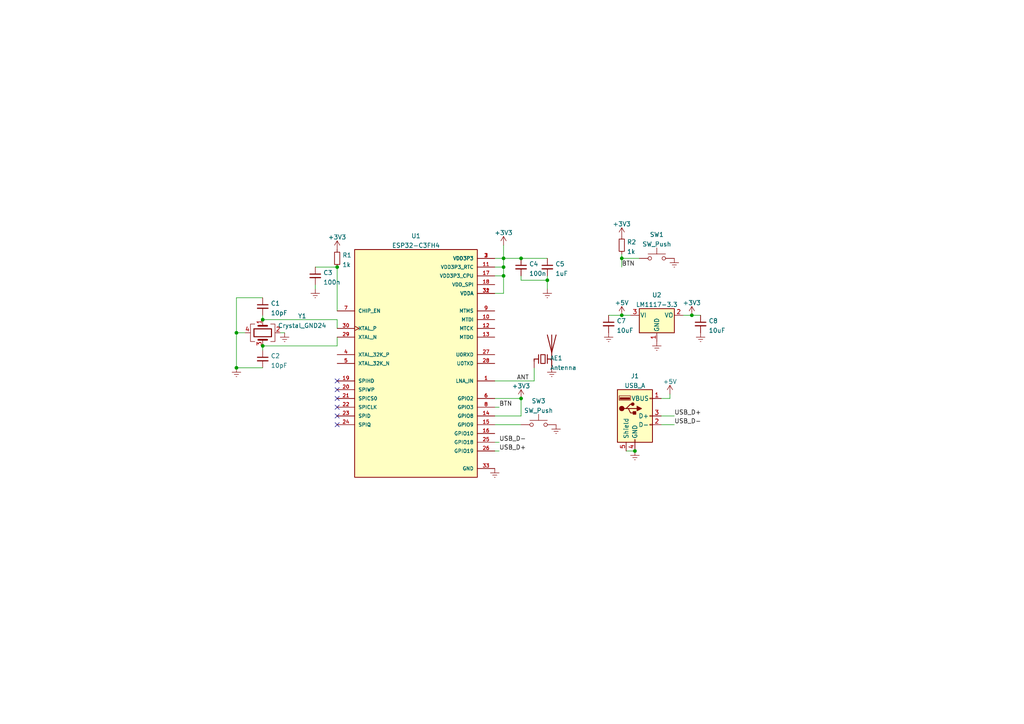
<source format=kicad_sch>
(kicad_sch (version 20211123) (generator eeschema)
  (paper "A4")
  (lib_symbols
    (symbol "Connector:USB_A" (pin_names (offset 1.016))
      (property "Reference" "J" (at -5.08 11.43 0))
      (property "Value" "USB_A" (at -5.08 8.89 0))
      (symbol "USB_A_0_1"
        (rectangle (start -5.08 -7.62) (end 5.08 7.62) (stroke (width 0.254)) (fill (type background)))
        (circle (center -3.81 2.159) (radius 0.635) (stroke (width 0.254)) (fill (type outline)))
        (rectangle (start -1.524 4.826) (end -4.318 5.334) (fill (type outline)))
        (rectangle (start -1.27 4.572) (end -4.572 5.842))
        (circle (center -0.635 3.429) (radius 0.381) (stroke (width 0.254)) (fill (type outline)))
        (rectangle (start -0.127 -7.62) (end 0.127 -6.858))
        (polyline (pts (xy -3.175 2.159) (xy -2.54 2.159) (xy -1.27 3.429) (xy -0.635 3.429)) (stroke (width 0.254)))
        (polyline (pts (xy -2.54 2.159) (xy -1.905 2.159) (xy -1.27 0.889) (xy 0 0.889)) (stroke (width 0.254)))
        (polyline (pts (xy 0.635 2.794) (xy 0.635 1.524) (xy 1.905 2.159) (xy 0.635 2.794)) (stroke (width 0.254)) (fill (type outline)))
        (rectangle (start 0.254 1.27) (end -0.508 0.508) (stroke (width 0.254)) (fill (type outline)))
        (rectangle (start 5.08 -2.667) (end 4.318 -2.413))
        (rectangle (start 5.08 -0.127) (end 4.318 0.127))
        (rectangle (start 5.08 4.953) (end 4.318 5.207))
      )
      (symbol "USB_A_1_1"
        (polyline (pts (xy -1.905 2.159) (xy 0.635 2.159)) (stroke (width 0.254)))
        (pin power_in line (at 7.62 5.08 180) (length 2.54) (name "VBUS") (number "1"))
        (pin bidirectional line (at 7.62 -2.54 180) (length 2.54) (name "D-") (number "2"))
        (pin bidirectional line (at 7.62 0 180) (length 2.54) (name "D+") (number "3"))
        (pin power_in line (at 0 -10.16 90) (length 2.54) (name "GND") (number "4"))
        (pin passive line (at -2.54 -10.16 90) (length 2.54) (name "Shield") (number "5"))
      )
    )
    (symbol "Device:Antenna_Chip" (pin_numbers hide) (pin_names (offset 1.016) hide)
      (property "Reference" "AE" (at 0 5.08 0))
      (property "Value" "Antenna_Chip" (at 0 3.175 0))
      (symbol "Antenna_Chip_0_1"
        (polyline (pts (xy -2.54 0) (xy -2.54 -0.635)) (stroke (width 0.254)))
        (polyline (pts (xy -2.54 0) (xy -1.27 0)) (stroke (width 0.254)))
        (polyline (pts (xy 1.27 0) (xy 2.54 0)) (stroke (width 0.254)))
        (polyline (pts (xy 1.27 1.27) (xy 1.27 -1.27)) (stroke (width 0.254)))
        (polyline (pts (xy 2.54 -0.635) (xy 2.54 0)))
        (polyline (pts (xy 2.54 6.985) (xy 2.54 -1.905)) (stroke (width 0.254)))
        (polyline (pts (xy -1.27 1.27) (xy -1.27 -1.27) (xy -1.27 0)) (stroke (width 0.254)))
        (polyline (pts (xy 3.81 6.985) (xy 2.54 1.905) (xy 1.27 6.985)) (stroke (width 0.254)))
        (polyline (pts (xy -0.635 1.27) (xy 0.635 1.27) (xy 0.635 -1.27) (xy -0.635 -1.27) (xy -0.635 1.27)) (stroke (width 0.254)))
      )
      (symbol "Antenna_Chip_1_1"
        (pin input line (at -2.54 -2.54 90) (length 2.54) (name "FEED") (number "1"))
        (pin passive line (at 2.54 -2.54 90) (length 2.54) (name "PCB_Trace") (number "2"))
      )
    )
    (symbol "Device:C_Small" (pin_numbers hide) (pin_names (offset 0.254) hide)
      (property "Reference" "C" (at 0.254 1.778 0))
      (property "Value" "C_Small" (at 0.254 -2.032 0))
      (symbol "C_Small_0_1"
        (polyline (pts (xy -1.524 -0.508) (xy 1.524 -0.508)) (stroke (width 0.3302)))
        (polyline (pts (xy -1.524 0.508) (xy 1.524 0.508)) (stroke (width 0.3048)))
      )
      (symbol "C_Small_1_1"
        (pin passive line (at 0 2.54 270) (length 2.032) (name "~") (number "1"))
        (pin passive line (at 0 -2.54 90) (length 2.032) (name "~") (number "2"))
      )
    )
    (symbol "Device:Crystal_GND24" (pin_names (offset 1.016) hide)
      (property "Reference" "Y" (at 3.175 5.08 0))
      (property "Value" "Crystal_GND24" (at 3.175 3.175 0))
      (symbol "Crystal_GND24_0_1"
        (rectangle (start -1.143 2.54) (end 1.143 -2.54) (stroke (width 0.3048)))
        (polyline (pts (xy -2.54 0) (xy -2.032 0)))
        (polyline (pts (xy -2.032 -1.27) (xy -2.032 1.27)) (stroke (width 0.508)))
        (polyline (pts (xy 0 -3.81) (xy 0 -3.556)))
        (polyline (pts (xy 0 3.556) (xy 0 3.81)))
        (polyline (pts (xy 2.032 -1.27) (xy 2.032 1.27)) (stroke (width 0.508)))
        (polyline (pts (xy 2.032 0) (xy 2.54 0)))
        (polyline (pts (xy -2.54 -2.286) (xy -2.54 -3.556) (xy 2.54 -3.556) (xy 2.54 -2.286)))
        (polyline (pts (xy -2.54 2.286) (xy -2.54 3.556) (xy 2.54 3.556) (xy 2.54 2.286)))
      )
      (symbol "Crystal_GND24_1_1"
        (pin passive line (at -3.81 0 0) (length 1.27) (name "1") (number "1"))
        (pin passive line (at 0 5.08 270) (length 1.27) (name "2") (number "2"))
        (pin passive line (at 3.81 0 180) (length 1.27) (name "3") (number "3"))
        (pin passive line (at 0 -5.08 90) (length 1.27) (name "4") (number "4"))
      )
    )
    (symbol "Device:R_Small" (pin_numbers hide) (pin_names (offset 0.254) hide)
      (property "Reference" "R" (at 0.762 0.508 0))
      (property "Value" "R_Small" (at 0.762 -1.016 0))
      (symbol "R_Small_0_1"
        (rectangle (start -0.762 1.778) (end 0.762 -1.778) (stroke (width 0.2032)))
      )
      (symbol "R_Small_1_1"
        (pin passive line (at 0 2.54 270) (length 0.762) (name "~") (number "1"))
        (pin passive line (at 0 -2.54 90) (length 0.762) (name "~") (number "2"))
      )
    )
    (symbol "ESP32-C3FH4:ESP32-C3FH4" (pin_names (offset 1.016))
      (property "Reference" "U" (at -17.78 33.782 0))
      (property "Value" "ESP32-C3FH4" (at -17.78 -33.782 0))
      (symbol "ESP32-C3FH4_0_0"
        (rectangle (start -17.78 -33.02) (end 17.78 33.02) (stroke (width 0.254)) (fill (type background)))
        (pin bidirectional line (at 22.86 -5.08 180) (length 5.08) (name "LNA_IN") (number "1"))
        (pin bidirectional line (at 22.86 12.7 180) (length 5.08) (name "MTDI") (number "10"))
        (pin power_in line (at 22.86 27.94 180) (length 5.08) (name "VDD3P3_RTC") (number "11"))
        (pin bidirectional line (at 22.86 10.16 180) (length 5.08) (name "MTCK") (number "12"))
        (pin bidirectional line (at 22.86 7.62 180) (length 5.08) (name "MTDO") (number "13"))
        (pin bidirectional line (at 22.86 -15.24 180) (length 5.08) (name "GPIO8") (number "14"))
        (pin bidirectional line (at 22.86 -17.78 180) (length 5.08) (name "GPIO9") (number "15"))
        (pin bidirectional line (at 22.86 -20.32 180) (length 5.08) (name "GPIO10") (number "16"))
        (pin power_in line (at 22.86 25.4 180) (length 5.08) (name "VDD3P3_CPU") (number "17"))
        (pin power_in line (at 22.86 22.86 180) (length 5.08) (name "VDD_SPI") (number "18"))
        (pin bidirectional line (at -22.86 -5.08 0) (length 5.08) (name "SPIHD") (number "19"))
        (pin power_in line (at 22.86 30.48 180) (length 5.08) (name "VDD3P3") (number "2"))
        (pin bidirectional line (at -22.86 -7.62 0) (length 5.08) (name "SPIWP") (number "20"))
        (pin bidirectional line (at -22.86 -10.16 0) (length 5.08) (name "SPICS0") (number "21"))
        (pin bidirectional line (at -22.86 -12.7 0) (length 5.08) (name "SPICLK") (number "22"))
        (pin bidirectional line (at -22.86 -15.24 0) (length 5.08) (name "SPID") (number "23"))
        (pin bidirectional line (at -22.86 -17.78 0) (length 5.08) (name "SPIQ") (number "24"))
        (pin bidirectional line (at 22.86 -22.86 180) (length 5.08) (name "GPIO18") (number "25"))
        (pin bidirectional line (at 22.86 -25.4 180) (length 5.08) (name "GPIO19") (number "26"))
        (pin bidirectional line (at 22.86 2.54 180) (length 5.08) (name "U0RXD") (number "27"))
        (pin bidirectional line (at 22.86 0 180) (length 5.08) (name "U0TXD") (number "28"))
        (pin output line (at -22.86 7.62 0) (length 5.08) (name "XTAL_N") (number "29"))
        (pin power_in line (at 22.86 30.48 180) (length 5.08) (name "VDD3P3") (number "3"))
        (pin input clock (at -22.86 10.16 0) (length 5.08) (name "XTAL_P") (number "30"))
        (pin power_in line (at 22.86 20.32 180) (length 5.08) (name "VDDA") (number "31"))
        (pin power_in line (at 22.86 20.32 180) (length 5.08) (name "VDDA") (number "32"))
        (pin power_in line (at 22.86 -30.48 180) (length 5.08) (name "GND") (number "33"))
        (pin bidirectional line (at -22.86 2.54 0) (length 5.08) (name "XTAL_32K_P") (number "4"))
        (pin bidirectional line (at -22.86 0 0) (length 5.08) (name "XTAL_32K_N") (number "5"))
        (pin bidirectional line (at 22.86 -10.16 180) (length 5.08) (name "GPIO2") (number "6"))
        (pin input line (at -22.86 15.24 0) (length 5.08) (name "CHIP_EN") (number "7"))
        (pin bidirectional line (at 22.86 -12.7 180) (length 5.08) (name "GPIO3") (number "8"))
        (pin bidirectional line (at 22.86 15.24 180) (length 5.08) (name "MTMS") (number "9"))
      )
    )
    (symbol "Regulator_Linear:LM1117-3.3" (pin_names (offset 0.254))
      (property "Reference" "U" (at -3.81 3.175 0))
      (property "Value" "LM1117-3.3" (at 0 3.175 0))
      (symbol "LM1117-3.3_0_1"
        (rectangle (start -5.08 -5.08) (end 5.08 1.905) (stroke (width 0.254)) (fill (type background)))
      )
      (symbol "LM1117-3.3_1_1"
        (pin power_in line (at 0 -7.62 90) (length 2.54) (name "GND") (number "1"))
        (pin power_out line (at 7.62 0 180) (length 2.54) (name "VO") (number "2"))
        (pin power_in line (at -7.62 0 0) (length 2.54) (name "VI") (number "3"))
      )
    )
    (symbol "Switch:SW_Push" (pin_numbers hide) (pin_names (offset 1.016) hide)
      (property "Reference" "SW" (at 1.27 2.54 0))
      (property "Value" "SW_Push" (at 0 -1.524 0))
      (symbol "SW_Push_0_1"
        (circle (center -2.032 0) (radius 0.508))
        (polyline (pts (xy 0 1.27) (xy 0 3.048)))
        (polyline (pts (xy 2.54 1.27) (xy -2.54 1.27)))
        (circle (center 2.032 0) (radius 0.508))
        (pin passive line (at -5.08 0 0) (length 2.54) (name "1") (number "1"))
        (pin passive line (at 5.08 0 180) (length 2.54) (name "2") (number "2"))
      )
    )
    (symbol "power:+3V3" (power) (pin_names (offset 0))
      (property "Value" "+3V3" (at 0 3.556 0))
      (symbol "+3V3_0_1"
        (polyline (pts (xy -0.762 1.27) (xy 0 2.54)))
        (polyline (pts (xy 0 0) (xy 0 2.54)))
        (polyline (pts (xy 0 2.54) (xy 0.762 1.27)))
      )
      (symbol "+3V3_1_1"
        (pin power_in line (at 0 0 90) (length 0) hide (name "+3V3") (number "1"))
      )
    )
    (symbol "power:+5V" (power) (pin_names (offset 0))
      (property "Value" "+5V" (at 0 3.556 0))
      (symbol "+5V_0_1"
        (polyline (pts (xy -0.762 1.27) (xy 0 2.54)))
        (polyline (pts (xy 0 0) (xy 0 2.54)))
        (polyline (pts (xy 0 2.54) (xy 0.762 1.27)))
      )
      (symbol "+5V_1_1"
        (pin power_in line (at 0 0 90) (length 0) hide (name "+5V") (number "1"))
      )
    )
    (symbol "power:Earth" (power) (pin_names (offset 0))
      (symbol "Earth_0_1"
        (polyline (pts (xy -0.635 -1.905) (xy 0.635 -1.905)))
        (polyline (pts (xy -0.127 -2.54) (xy 0.127 -2.54)))
        (polyline (pts (xy 0 -1.27) (xy 0 0)))
        (polyline (pts (xy 1.27 -1.27) (xy -1.27 -1.27)))
      )
      (symbol "Earth_1_1"
        (pin power_in line (at 0 0 270) (length 0) hide (name "Earth") (number "1"))
      )
    )
  )
  (junction (at 97.79 77.47))
  (junction (at 146.05 77.47))
  (junction (at 151.13 115.57))
  (junction (at 180.34 74.93))
  (junction (at 200.66 91.44))
  (junction (at 158.75 81.28))
  (junction (at 76.2 92.71))
  (junction (at 76.2 100.33))
  (junction (at 151.13 74.93))
  (junction (at 68.58 96.52))
  (junction (at 146.05 74.93))
  (junction (at 146.05 80.01))
  (junction (at 180.34 91.44))
  (junction (at 68.58 106.68))
  (junction (at 184.15 130.81))
  (no_connect (at 97.79 110.49))
  (no_connect (at 97.79 113.03))
  (no_connect (at 97.79 115.57))
  (no_connect (at 97.79 118.11))
  (no_connect (at 97.79 123.19))
  (no_connect (at 97.79 120.65))
  (wire (pts (xy 97.79 100.33) (xy 76.2 100.33)))
  (wire (pts (xy 143.51 128.27) (xy 144.78 128.27)))
  (wire (pts (xy 146.05 80.01) (xy 146.05 77.47)))
  (wire (pts (xy 82.55 96.52) (xy 81.28 96.52)))
  (wire (pts (xy 158.75 81.28) (xy 158.75 83.82)))
  (wire (pts (xy 181.61 130.81) (xy 184.15 130.81)))
  (wire (pts (xy 68.58 86.36) (xy 76.2 86.36)))
  (wire (pts (xy 151.13 74.93) (xy 158.75 74.93)))
  (wire (pts (xy 154.94 106.68) (xy 154.94 110.49)))
  (wire (pts (xy 143.51 80.01) (xy 146.05 80.01)))
  (wire (pts (xy 146.05 77.47) (xy 146.05 74.93)))
  (wire (pts (xy 97.79 77.47) (xy 91.44 77.47)))
  (wire (pts (xy 180.34 91.44) (xy 182.88 91.44)))
  (wire (pts (xy 76.2 100.33) (xy 76.2 101.6)))
  (wire (pts (xy 180.34 74.93) (xy 180.34 77.47)))
  (wire (pts (xy 143.51 85.09) (xy 146.05 85.09)))
  (wire (pts (xy 191.77 123.19) (xy 195.58 123.19)))
  (wire (pts (xy 194.31 115.57) (xy 194.31 114.3)))
  (wire (pts (xy 68.58 96.52) (xy 68.58 86.36)))
  (wire (pts (xy 68.58 106.68) (xy 68.58 96.52)))
  (wire (pts (xy 76.2 92.71) (xy 97.79 92.71)))
  (wire (pts (xy 97.79 92.71) (xy 97.79 95.25)))
  (wire (pts (xy 146.05 74.93) (xy 151.13 74.93)))
  (wire (pts (xy 191.77 115.57) (xy 194.31 115.57)))
  (wire (pts (xy 146.05 71.12) (xy 146.05 74.93)))
  (wire (pts (xy 146.05 85.09) (xy 146.05 80.01)))
  (wire (pts (xy 180.34 74.93) (xy 180.34 73.66)))
  (wire (pts (xy 76.2 91.44) (xy 76.2 92.71)))
  (wire (pts (xy 143.51 118.11) (xy 144.78 118.11)))
  (wire (pts (xy 68.58 96.52) (xy 71.12 96.52)))
  (wire (pts (xy 97.79 97.79) (xy 97.79 100.33)))
  (wire (pts (xy 185.42 74.93) (xy 180.34 74.93)))
  (wire (pts (xy 146.05 74.93) (xy 143.51 74.93)))
  (wire (pts (xy 151.13 81.28) (xy 151.13 80.01)))
  (wire (pts (xy 76.2 106.68) (xy 68.58 106.68)))
  (wire (pts (xy 200.66 91.44) (xy 203.2 91.44)))
  (wire (pts (xy 91.44 83.82) (xy 91.44 82.55)))
  (wire (pts (xy 143.51 77.47) (xy 146.05 77.47)))
  (wire (pts (xy 143.51 110.49) (xy 154.94 110.49)))
  (wire (pts (xy 143.51 130.81) (xy 144.78 130.81)))
  (wire (pts (xy 151.13 120.65) (xy 151.13 115.57)))
  (wire (pts (xy 151.13 81.28) (xy 158.75 81.28)))
  (wire (pts (xy 143.51 120.65) (xy 151.13 120.65)))
  (wire (pts (xy 176.53 91.44) (xy 180.34 91.44)))
  (wire (pts (xy 198.12 91.44) (xy 200.66 91.44)))
  (wire (pts (xy 143.51 115.57) (xy 151.13 115.57)))
  (wire (pts (xy 191.77 120.65) (xy 195.58 120.65)))
  (wire (pts (xy 97.79 90.17) (xy 97.79 77.47)))
  (wire (pts (xy 158.75 81.28) (xy 158.75 80.01)))
  (wire (pts (xy 143.51 123.19) (xy 151.13 123.19)))
  (label "USB_D-" (at 144.78 128.27 0))
  (label "USB_D+" (at 144.78 130.81 0))
  (label "USB_D+" (at 195.58 120.65 0))
  (label "BTN" (at 180.34 77.47 0))
  (label "BTN" (at 144.78 118.11 0))
  (label "ANT" (at 149.86 110.49 0))
  (label "USB_D-" (at 195.58 123.19 0))
  (symbol (lib_id "Device:C_Small") (at 176.53 93.98 0) (unit 1)
    (property "Reference" "C7" (at 178.8541 93.0778 0) (effects (justify left)))
    (property "Value" "10uF" (at 178.8541 95.8529 0) (effects (justify left)))
    (property "Footprint" "Capacitor_SMD:C_1206_3216Metric" (effects hide))
  )
  (symbol (lib_id "power:Earth") (at 82.55 96.52 0) (unit 1)
    (property "Reference" "#PWR03" (effects hide))
    (property "Value" "Earth" (effects hide))
  )
  (symbol (lib_id "Device:Antenna_Chip") (at 157.48 104.14 0) (unit 1)
    (property "Reference" "AE1" (at 159.512 103.8665 0) (effects (justify left)))
    (property "Value" "Antenna" (at 159.512 106.6416 0) (effects (justify left)))
    (property "Footprint" "RF_Antenna:Texas_SWRA117D_2.4GHz_Right" (effects hide))
  )
  (symbol (lib_id "power:Earth") (at 190.5 99.06 0) (unit 1)
    (property "Reference" "#PWR013" (effects hide))
    (property "Value" "Earth" (effects hide))
  )
  (symbol (lib_id "Switch:SW_Push") (at 156.21 123.19 0) (unit 1)
    (property "Reference" "SW3" (at 156.21 116.3025 0))
    (property "Value" "SW_Push" (at 156.21 119.0776 0))
    (property "Footprint" "Button_Switch_SMD:SW_Push_1P1T_NO_CK_KMR2" (effects hide))
  )
  (symbol (lib_id "power:+3V3") (at 97.79 72.39 0) (unit 1)
    (property "Reference" "#PWR04" (effects hide))
    (property "Value" "+3V3" (at 97.79 68.7855 0))
  )
  (symbol (lib_id "power:Earth") (at 143.51 135.89 0) (unit 1)
    (property "Reference" "#PWR0102" (effects hide))
    (property "Value" "Earth" (effects hide))
  )
  (symbol (lib_id "power:Earth") (at 203.2 96.52 0) (unit 1)
    (property "Reference" "#PWR017" (effects hide))
    (property "Value" "Earth" (effects hide))
  )
  (symbol (lib_id "Device:C_Small") (at 151.13 77.47 0) (unit 1)
    (property "Reference" "C4" (at 153.4541 76.5678 0) (effects (justify left)))
    (property "Value" "100n" (at 153.4541 79.3429 0) (effects (justify left)))
    (property "Footprint" "Capacitor_SMD:C_0603_1608Metric" (effects hide))
  )
  (symbol (lib_id "Device:C_Small") (at 158.75 77.47 0) (unit 1)
    (property "Reference" "C5" (at 161.0741 76.5678 0) (effects (justify left)))
    (property "Value" "1uF" (at 161.0741 79.3429 0) (effects (justify left)))
    (property "Footprint" "Capacitor_SMD:C_0603_1608Metric" (effects hide))
  )
  (symbol (lib_id "Device:R_Small") (at 180.34 71.12 0) (unit 1)
    (property "Reference" "R2" (at 181.8386 70.2115 0) (effects (justify left)))
    (property "Value" "1k" (at 181.8386 72.9866 0) (effects (justify left)))
    (property "Footprint" "Resistor_SMD:R_0603_1608Metric" (effects hide))
  )
  (symbol (lib_id "Device:C_Small") (at 76.2 104.14 0) (unit 1)
    (property "Reference" "C2" (at 78.5241 103.2378 0) (effects (justify left)))
    (property "Value" "10pF" (at 78.5241 106.0129 0) (effects (justify left)))
    (property "Footprint" "Capacitor_SMD:C_0603_1608Metric" (effects hide))
  )
  (symbol (lib_id "Device:C_Small") (at 203.2 93.98 0) (unit 1)
    (property "Reference" "C8" (at 205.5241 93.0778 0) (effects (justify left)))
    (property "Value" "10uF" (at 205.5241 95.8529 0) (effects (justify left)))
    (property "Footprint" "Capacitor_SMD:C_1206_3216Metric" (effects hide))
  )
  (symbol (lib_id "power:Earth") (at 161.29 123.19 0) (unit 1)
    (property "Reference" "#PWR07" (effects hide))
    (property "Value" "Earth" (effects hide))
  )
  (symbol (lib_id "power:+3V3") (at 146.05 71.12 0) (unit 1)
    (property "Reference" "#PWR05" (effects hide))
    (property "Value" "+3V3" (at 146.05 67.5155 0))
  )
  (symbol (lib_id "power:+5V") (at 180.34 91.44 0) (unit 1)
    (property "Reference" "#PWR011" (effects hide))
    (property "Value" "+5V" (at 180.34 87.8355 0))
  )
  (symbol (lib_id "Regulator_Linear:LM1117-3.3") (at 190.5 91.44 0) (unit 1)
    (property "Reference" "U2" (at 190.5 85.5685 0))
    (property "Value" "LM1117-3.3" (at 190.5 88.3436 0))
    (property "Footprint" "Package_TO_SOT_SMD:SOT-89-3" (effects hide))
    (property "Datasheet" "http://www.ti.com/lit/ds/symlink/lm1117.pdf" (effects hide))
  )
  (symbol (lib_id "Switch:SW_Push") (at 190.5 74.93 0) (mirror y) (unit 1)
    (property "Reference" "SW1" (at 190.5 68.0425 0))
    (property "Value" "SW_Push" (at 190.5 70.8176 0))
    (property "Footprint" "Button_Switch_Keyboard:SW_Cherry_MX_1.00u_PCB" (effects hide))
  )
  (symbol (lib_id "power:Earth") (at 158.75 83.82 0) (unit 1)
    (property "Reference" "#PWR08" (effects hide))
    (property "Value" "Earth" (effects hide))
  )
  (symbol (lib_id "Device:C_Small") (at 76.2 88.9 0) (unit 1)
    (property "Reference" "C1" (at 78.5241 87.9978 0) (effects (justify left)))
    (property "Value" "10pF" (at 78.5241 90.7729 0) (effects (justify left)))
    (property "Footprint" "Capacitor_SMD:C_0603_1608Metric" (effects hide))
  )
  (symbol (lib_id "power:+3V3") (at 151.13 115.57 0) (unit 1)
    (property "Reference" "#PWR06" (effects hide))
    (property "Value" "+3V3" (at 151.13 111.9655 0))
  )
  (symbol (lib_id "power:Earth") (at 184.15 130.81 0) (unit 1)
    (property "Reference" "#PWR012" (effects hide))
    (property "Value" "Earth" (effects hide))
  )
  (symbol (lib_id "power:Earth") (at 68.58 106.68 0) (unit 1)
    (property "Reference" "#PWR01" (effects hide))
    (property "Value" "Earth" (effects hide))
  )
  (symbol (lib_id "power:+5V") (at 194.31 114.3 0) (unit 1)
    (property "Reference" "#PWR014" (effects hide))
    (property "Value" "+5V" (at 194.31 110.6955 0))
  )
  (symbol (lib_id "Device:C_Small") (at 91.44 80.01 0) (unit 1)
    (property "Reference" "C3" (at 93.7641 79.1078 0) (effects (justify left)))
    (property "Value" "100n" (at 93.7641 81.8829 0) (effects (justify left)))
    (property "Footprint" "Capacitor_SMD:C_0603_1608Metric" (effects hide))
  )
  (symbol (lib_id "Device:R_Small") (at 97.79 74.93 0) (unit 1)
    (property "Reference" "R1" (at 99.2886 74.0215 0) (effects (justify left)))
    (property "Value" "1k" (at 99.2886 76.7966 0) (effects (justify left)))
    (property "Footprint" "Resistor_SMD:R_0603_1608Metric" (effects hide))
  )
  (symbol (lib_id "Device:Crystal_GND24") (at 76.2 96.52 270) (unit 1)
    (property "Reference" "Y1" (at 87.6489 91.6643 90))
    (property "Value" "Crystal_GND24" (at 87.6489 94.4394 90))
    (property "Footprint" "Oscillator:Oscillator_SMD_Abracon_ASE-4Pin_3.2x2.5mm" (effects hide))
  )
  (symbol (lib_id "power:Earth") (at 160.02 106.68 0) (unit 1)
    (property "Reference" "#PWR0101" (effects hide))
    (property "Value" "Earth" (effects hide))
  )
  (symbol (lib_id "power:Earth") (at 195.58 74.93 0) (unit 1)
    (property "Reference" "#PWR015" (effects hide))
    (property "Value" "Earth" (effects hide))
  )
  (symbol (lib_id "power:Earth") (at 176.53 96.52 0) (unit 1)
    (property "Reference" "#PWR09" (effects hide))
    (property "Value" "Earth" (effects hide))
  )
  (symbol (lib_id "power:Earth") (at 91.44 83.82 0) (unit 1)
    (property "Reference" "#PWR02" (effects hide))
    (property "Value" "Earth" (effects hide))
  )
  (symbol (lib_id "power:+3V3") (at 200.66 91.44 0) (unit 1)
    (property "Reference" "#PWR016" (effects hide))
    (property "Value" "+3V3" (at 200.66 87.8355 0))
  )
  (symbol (lib_id "Connector:USB_A") (at 184.15 120.65 0) (unit 1)
    (property "Reference" "J1" (at 184.15 109.0635 0))
    (property "Value" "USB_A" (at 184.15 111.8386 0))
    (property "Footprint" "RP2040_minimal:CONN-USB-A-PCB-TRACES" (effects hide))
    (property "Datasheet" " ~" (effects hide))
  )
  (symbol (lib_id "power:+3V3") (at 180.34 68.58 0) (unit 1)
    (property "Reference" "#PWR010" (effects hide))
    (property "Value" "+3V3" (at 180.34 64.9755 0))
  )
  (symbol (lib_id "ESP32-C3FH4:ESP32-C3FH4") (at 120.65 105.41 0) (unit 1)
    (property "Reference" "U1" (at 120.65 68.4235 0))
    (property "Value" "ESP32-C3FH4" (at 120.65 71.1986 0))
    (property "Footprint" "ESP32-C3FH4:QFN50P500X500X90-33N" (effects hide))
    (property "MANUFACTURER" "Espressif" (effects hide))
    (property "PARTREV" "V1.0" (effects hide))
    (property "STANDARD" "IPC 7351B" (effects hide))
    (property "MAXIMUM_PACKAGE_HEIGHT" "0.9mm" (effects hide))
  )
)
</source>
